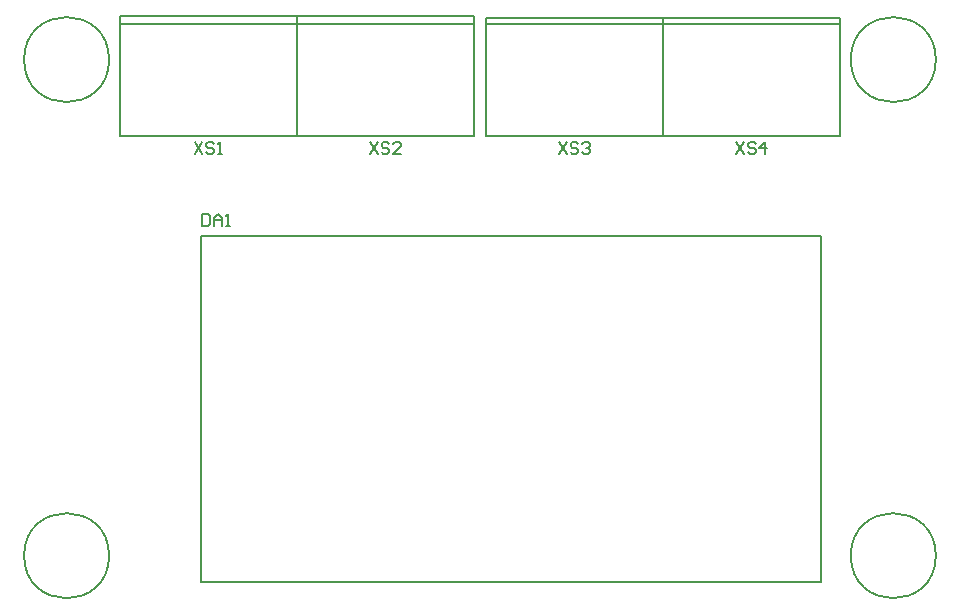
<source format=gto>
G04*
G04 #@! TF.GenerationSoftware,Altium Limited,Altium Designer,20.2.7 (254)*
G04*
G04 Layer_Color=65535*
%FSLAX44Y44*%
%MOMM*%
G71*
G04*
G04 #@! TF.SameCoordinates,755CDBE2-D8D4-478F-80D2-7ADFAB3A315B*
G04*
G04*
G04 #@! TF.FilePolarity,Positive*
G04*
G01*
G75*
%ADD10C,0.2000*%
D10*
X776000Y40000D02*
G03*
X776000Y40000I-36000J0D01*
G01*
Y460000D02*
G03*
X776000Y460000I-36000J0D01*
G01*
X76000D02*
G03*
X76000Y460000I-36000J0D01*
G01*
Y40000D02*
G03*
X76000Y40000I-36000J0D01*
G01*
X154000Y311000D02*
X679000D01*
Y18000D02*
Y311000D01*
X154000Y18000D02*
X679000D01*
X154000D02*
Y311000D01*
X545000Y395000D02*
Y495000D01*
X395000Y395000D02*
Y495000D01*
Y395000D02*
X545000D01*
X395000Y495000D02*
X545000D01*
X395000Y490500D02*
X545000D01*
X695000D01*
X545000Y495000D02*
X695000D01*
X545000Y395000D02*
X695000D01*
X545000D02*
Y495000D01*
X695000Y395000D02*
Y495000D01*
X235000Y490000D02*
X385000D01*
X235000Y497000D02*
X385000D01*
X235000Y395000D02*
X385000D01*
X235000D02*
Y497000D01*
X385000Y395000D02*
Y497000D01*
X85000Y490000D02*
X235000D01*
X85000Y497000D02*
X235000D01*
X85000Y395000D02*
X235000D01*
X85000D02*
Y497000D01*
X235000Y395000D02*
Y497000D01*
X154987Y329030D02*
Y319033D01*
X159986D01*
X161652Y320699D01*
Y327364D01*
X159986Y329030D01*
X154987D01*
X164984Y319033D02*
Y325698D01*
X168316Y329030D01*
X171648Y325698D01*
Y319033D01*
Y324031D01*
X164984D01*
X174981Y319033D02*
X178313D01*
X176647D01*
Y329030D01*
X174981Y327364D01*
X606671Y389998D02*
X613335Y380002D01*
Y389998D02*
X606671Y380002D01*
X623332Y388332D02*
X621666Y389998D01*
X618334D01*
X616668Y388332D01*
Y386666D01*
X618334Y385000D01*
X621666D01*
X623332Y383334D01*
Y381668D01*
X621666Y380002D01*
X618334D01*
X616668Y381668D01*
X631663Y380002D02*
Y389998D01*
X626665Y385000D01*
X633329D01*
X296671Y389998D02*
X303335Y380002D01*
Y389998D02*
X296671Y380002D01*
X313332Y388332D02*
X311666Y389998D01*
X308334D01*
X306668Y388332D01*
Y386666D01*
X308334Y385000D01*
X311666D01*
X313332Y383334D01*
Y381668D01*
X311666Y380002D01*
X308334D01*
X306668Y381668D01*
X323329Y380002D02*
X316665D01*
X323329Y386666D01*
Y388332D01*
X321663Y389998D01*
X318331D01*
X316665Y388332D01*
X148337Y389998D02*
X155002Y380002D01*
Y389998D02*
X148337Y380002D01*
X164998Y388332D02*
X163332Y389998D01*
X160000D01*
X158334Y388332D01*
Y386666D01*
X160000Y385000D01*
X163332D01*
X164998Y383334D01*
Y381668D01*
X163332Y380002D01*
X160000D01*
X158334Y381668D01*
X168331Y380002D02*
X171663D01*
X169997D01*
Y389998D01*
X168331Y388332D01*
X456671Y389998D02*
X463335Y380002D01*
Y389998D02*
X456671Y380002D01*
X473332Y388332D02*
X471666Y389998D01*
X468334D01*
X466668Y388332D01*
Y386666D01*
X468334Y385000D01*
X471666D01*
X473332Y383334D01*
Y381668D01*
X471666Y380002D01*
X468334D01*
X466668Y381668D01*
X476665Y388332D02*
X478331Y389998D01*
X481663D01*
X483329Y388332D01*
Y386666D01*
X481663Y385000D01*
X479997D01*
X481663D01*
X483329Y383334D01*
Y381668D01*
X481663Y380002D01*
X478331D01*
X476665Y381668D01*
M02*

</source>
